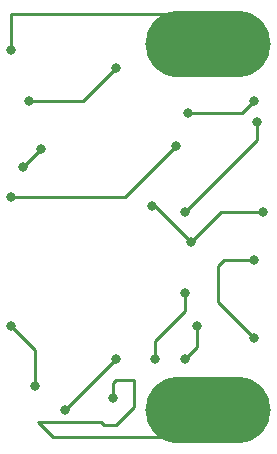
<source format=gbr>
G04 #@! TF.GenerationSoftware,KiCad,Pcbnew,(5.1.7)-1*
G04 #@! TF.CreationDate,2022-02-27T16:52:08+00:00*
G04 #@! TF.ProjectId,LBKEY,4c424b45-592e-46b6-9963-61645f706362,rev?*
G04 #@! TF.SameCoordinates,Original*
G04 #@! TF.FileFunction,Copper,L2,Bot*
G04 #@! TF.FilePolarity,Positive*
%FSLAX46Y46*%
G04 Gerber Fmt 4.6, Leading zero omitted, Abs format (unit mm)*
G04 Created by KiCad (PCBNEW (5.1.7)-1) date 2022-02-27 16:52:08*
%MOMM*%
%LPD*%
G01*
G04 APERTURE LIST*
G04 #@! TA.AperFunction,ComponentPad*
%ADD10O,10.600000X5.600000*%
G04 #@! TD*
G04 #@! TA.AperFunction,ViaPad*
%ADD11C,0.800000*%
G04 #@! TD*
G04 #@! TA.AperFunction,Conductor*
%ADD12C,0.250000*%
G04 #@! TD*
G04 APERTURE END LIST*
D10*
X97710000Y-53870000D03*
X97710000Y-22870000D03*
D11*
X81026000Y-23368000D03*
X89916000Y-24892000D03*
X94996000Y-31496000D03*
X101854000Y-29464000D03*
X102362000Y-37084000D03*
X96266000Y-39624000D03*
X101600000Y-41148000D03*
X95758000Y-43942000D03*
X93218000Y-49530000D03*
X89662000Y-52832000D03*
X85598000Y-53848000D03*
X81026000Y-46736000D03*
X82042000Y-33274000D03*
X82550000Y-27686000D03*
X96012000Y-28702000D03*
X101600000Y-27686000D03*
X95758000Y-37084000D03*
X83058000Y-51816000D03*
X96774000Y-46736000D03*
X101600000Y-47752000D03*
X81026000Y-35814000D03*
X95758000Y-49530000D03*
X89916000Y-49530000D03*
X83566000Y-31750000D03*
X92964000Y-36576000D03*
X92964000Y-36576000D03*
X92964000Y-36576000D03*
X83566000Y-31750000D03*
D12*
X95160000Y-20320000D02*
X97710000Y-22870000D01*
X81026000Y-20320000D02*
X95160000Y-20320000D01*
X81026000Y-20320000D02*
X81026000Y-23368000D01*
X87122000Y-27686000D02*
X89916000Y-24892000D01*
X82550000Y-27686000D02*
X87122000Y-27686000D01*
X100584000Y-28702000D02*
X101600000Y-27686000D01*
X96012000Y-28702000D02*
X100584000Y-28702000D01*
X101854000Y-30988000D02*
X95758000Y-37084000D01*
X101854000Y-29464000D02*
X101854000Y-30988000D01*
X90678000Y-35814000D02*
X94996000Y-31496000D01*
X81026000Y-35814000D02*
X90678000Y-35814000D01*
X83058000Y-48768000D02*
X81026000Y-46736000D01*
X83058000Y-51816000D02*
X83058000Y-48768000D01*
X98806000Y-37084000D02*
X96266000Y-39624000D01*
X102362000Y-37084000D02*
X98806000Y-37084000D01*
X93218000Y-36576000D02*
X96266000Y-39624000D01*
X92964000Y-36576000D02*
X92964000Y-36576000D01*
X92964000Y-36576000D02*
X92964000Y-36576000D01*
X92964000Y-36576000D02*
X92964000Y-36576000D01*
X92964000Y-36576000D02*
X93218000Y-36576000D01*
X83566000Y-31750000D02*
X82042000Y-33274000D01*
X85598000Y-53848000D02*
X89916000Y-49530000D01*
X95758000Y-43942000D02*
X95758000Y-45466000D01*
X93218000Y-48006000D02*
X93218000Y-49530000D01*
X95758000Y-45466000D02*
X93218000Y-48006000D01*
X96774000Y-48514000D02*
X95758000Y-49530000D01*
X96774000Y-46736000D02*
X96774000Y-48514000D01*
X101600000Y-47752000D02*
X98552000Y-44704000D01*
X98552000Y-44704000D02*
X98552000Y-41656000D01*
X99060000Y-41148000D02*
X101600000Y-41148000D01*
X98552000Y-41656000D02*
X99060000Y-41148000D01*
X84582000Y-56134000D02*
X95446000Y-56134000D01*
X83312000Y-54864000D02*
X84582000Y-56134000D01*
X88900000Y-55118000D02*
X88646000Y-54864000D01*
X89916000Y-55118000D02*
X88900000Y-55118000D01*
X95446000Y-56134000D02*
X97710000Y-53870000D01*
X91440000Y-53594000D02*
X89916000Y-55118000D01*
X88646000Y-54864000D02*
X83312000Y-54864000D01*
X91440000Y-51308000D02*
X91440000Y-53594000D01*
X89916000Y-51308000D02*
X91440000Y-51308000D01*
X89662000Y-51562000D02*
X89916000Y-51308000D01*
X89662000Y-52832000D02*
X89662000Y-51562000D01*
M02*

</source>
